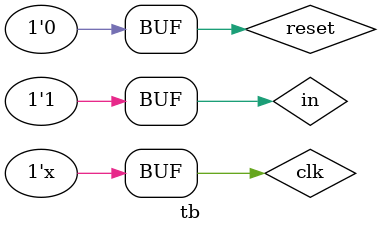
<source format=v>
`timescale 1ns / 1ps


module tb;

	// Inputs
	reg clk;
	reg in;
	reg reset;

	// Outputs
	wire out;

	// Instantiate the Unit Under Test (UUT)
	fsm uut (
		.clk(clk), 
		.in(in), 
		.reset(reset), 
		.out(out)
	);

	initial begin
		// Initialize Inputs
		clk = 0;
		reset = 0;
		in = 1;
		#10;
		in = 1;
		#10;
		in = 0;
		#10;
		in = 0;
		#10;
		in = 1;
		#10;
		in = 1;
		#10;
		in = 1;
		#10;
		in = 0;
		#10;
		in = 0;
		#10;
		in = 1;
		#10;
		in = 1;
	end
      always #5 clk = ~clk;
endmodule


</source>
